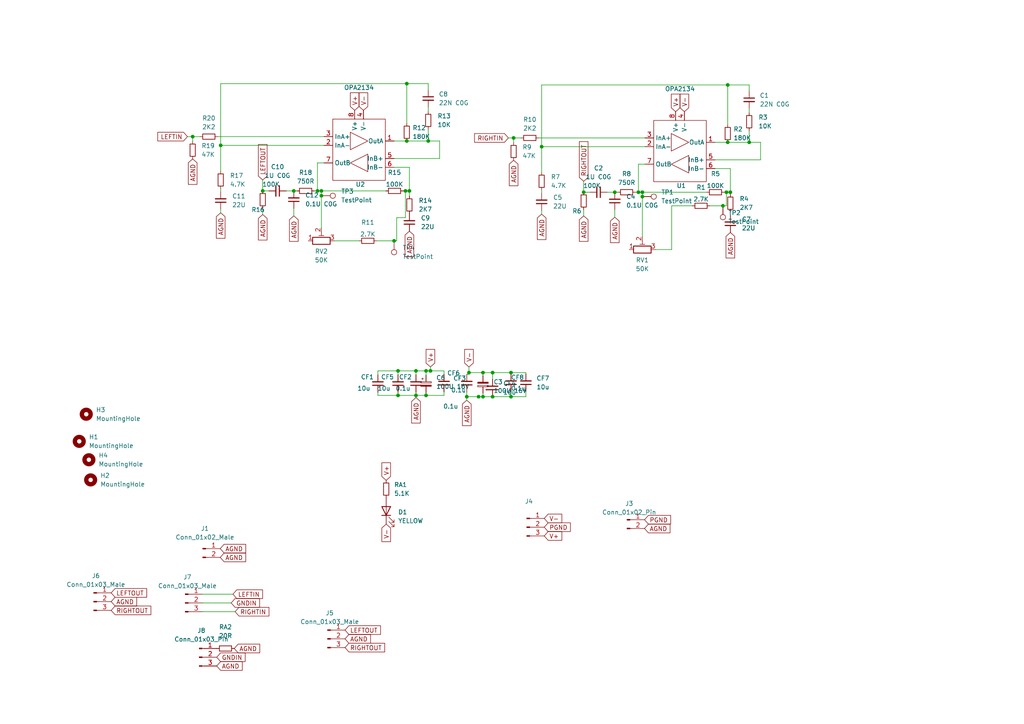
<source format=kicad_sch>
(kicad_sch (version 20230121) (generator eeschema)
  (paper "A4")
  (lib_symbols
    (symbol "Amplifier_Audio:OPA2134"
      (property "Reference" "U" (at 0 -2.54 0))
      (property "Value" "OPA2134" (at 0 0 0))
      (symbol "OPA2134_0_1"
        (rectangle (start -7.62 16.51) (end 7.62 -1.27))
        (polyline (pts (xy -2.54 12.7) (xy -2.54 7.62) (xy 2.54 10.16) (xy -2.54 12.7)))
        (polyline (pts (xy 2.54 6.35) (xy 2.54 1.27) (xy -2.54 3.81) (xy 2.54 6.35)))
      )
      (symbol "OPA2134_1_1"
        (pin output line (at 10.16 10.16 180) (length 2.54) (name "OutA") (number "1"))
        (pin input line (at -10.16 8.89 0) (length 2.54) (name "InA-") (number "2"))
        (pin input line (at -10.16 11.43 0) (length 2.54) (name "InA+") (number "3"))
        (pin input line (at 1.27 19.05 270) (length 2.54) (name "V-") (number "4"))
        (pin input line (at 10.16 5.08 180) (length 2.54) (name "InB+") (number "5"))
        (pin input line (at 10.16 2.54 180) (length 2.54) (name "InB-") (number "6"))
        (pin output line (at -10.16 3.81 0) (length 2.54) (name "OutB") (number "7"))
        (pin input line (at -1.27 19.05 270) (length 2.54) (name "V+") (number "8"))
      )
    )
    (symbol "Connector:Conn_01x02_Male" (pin_names (offset 1.016) hide)
      (property "Reference" "J" (at 0 2.54 0))
      (property "Value" "Conn_01x02_Male" (at 0 -5.08 0))
      (symbol "Conn_01x02_Male_1_1"
        (polyline (pts (xy 1.27 -2.54) (xy 0.8636 -2.54)) (stroke (width 0.1524)))
        (polyline (pts (xy 1.27 0) (xy 0.8636 0)) (stroke (width 0.1524)))
        (rectangle (start 0.8636 -2.413) (end 0 -2.667) (stroke (width 0.1524)) (fill (type outline)))
        (rectangle (start 0.8636 0.127) (end 0 -0.127) (stroke (width 0.1524)) (fill (type outline)))
        (pin passive line (at 5.08 0 180) (length 3.81) (name "Pin_1") (number "1"))
        (pin passive line (at 5.08 -2.54 180) (length 3.81) (name "Pin_2") (number "2"))
      )
    )
    (symbol "Connector:Conn_01x02_Pin" (pin_names (offset 1.016) hide)
      (property "Reference" "J" (at 0 2.54 0))
      (property "Value" "Conn_01x02_Pin" (at 0 -5.08 0))
      (symbol "Conn_01x02_Pin_1_1"
        (polyline (pts (xy 1.27 -2.54) (xy 0.8636 -2.54)) (stroke (width 0.1524)))
        (polyline (pts (xy 1.27 0) (xy 0.8636 0)) (stroke (width 0.1524)))
        (rectangle (start 0.8636 -2.413) (end 0 -2.667) (stroke (width 0.1524)) (fill (type outline)))
        (rectangle (start 0.8636 0.127) (end 0 -0.127) (stroke (width 0.1524)) (fill (type outline)))
        (pin passive line (at 5.08 0 180) (length 3.81) (name "Pin_1") (number "1"))
        (pin passive line (at 5.08 -2.54 180) (length 3.81) (name "Pin_2") (number "2"))
      )
    )
    (symbol "Connector:Conn_01x03_Male" (pin_names (offset 1.016) hide)
      (property "Reference" "J" (at 0 5.08 0))
      (property "Value" "Conn_01x03_Male" (at 0 -5.08 0))
      (symbol "Conn_01x03_Male_1_1"
        (polyline (pts (xy 1.27 -2.54) (xy 0.8636 -2.54)) (stroke (width 0.1524)))
        (polyline (pts (xy 1.27 0) (xy 0.8636 0)) (stroke (width 0.1524)))
        (polyline (pts (xy 1.27 2.54) (xy 0.8636 2.54)) (stroke (width 0.1524)))
        (rectangle (start 0.8636 -2.413) (end 0 -2.667) (stroke (width 0.1524)) (fill (type outline)))
        (rectangle (start 0.8636 0.127) (end 0 -0.127) (stroke (width 0.1524)) (fill (type outline)))
        (rectangle (start 0.8636 2.667) (end 0 2.413) (stroke (width 0.1524)) (fill (type outline)))
        (pin passive line (at 5.08 2.54 180) (length 3.81) (name "Pin_1") (number "1"))
        (pin passive line (at 5.08 0 180) (length 3.81) (name "Pin_2") (number "2"))
        (pin passive line (at 5.08 -2.54 180) (length 3.81) (name "Pin_3") (number "3"))
      )
    )
    (symbol "Connector:Conn_01x03_Pin" (pin_names (offset 1.016) hide)
      (property "Reference" "J" (at 0 5.08 0))
      (property "Value" "Conn_01x03_Pin" (at 0 -5.08 0))
      (symbol "Conn_01x03_Pin_1_1"
        (polyline (pts (xy 1.27 -2.54) (xy 0.8636 -2.54)) (stroke (width 0.1524)))
        (polyline (pts (xy 1.27 0) (xy 0.8636 0)) (stroke (width 0.1524)))
        (polyline (pts (xy 1.27 2.54) (xy 0.8636 2.54)) (stroke (width 0.1524)))
        (rectangle (start 0.8636 -2.413) (end 0 -2.667) (stroke (width 0.1524)) (fill (type outline)))
        (rectangle (start 0.8636 0.127) (end 0 -0.127) (stroke (width 0.1524)) (fill (type outline)))
        (rectangle (start 0.8636 2.667) (end 0 2.413) (stroke (width 0.1524)) (fill (type outline)))
        (pin passive line (at 5.08 2.54 180) (length 3.81) (name "Pin_1") (number "1"))
        (pin passive line (at 5.08 0 180) (length 3.81) (name "Pin_2") (number "2"))
        (pin passive line (at 5.08 -2.54 180) (length 3.81) (name "Pin_3") (number "3"))
      )
    )
    (symbol "Connector:TestPoint" (pin_numbers hide) (pin_names (offset 0.762) hide)
      (property "Reference" "TP" (at 0 6.858 0))
      (property "Value" "TestPoint" (at 0 5.08 0))
      (symbol "TestPoint_0_1"
        (circle (center 0 3.302) (radius 0.762))
      )
      (symbol "TestPoint_1_1"
        (pin passive line (at 0 0 90) (length 2.54) (name "1") (number "1"))
      )
    )
    (symbol "Device:C_Polarized_Small" (pin_numbers hide) (pin_names (offset 0.254) hide)
      (property "Reference" "C" (at 0.254 1.778 0))
      (property "Value" "C_Polarized_Small" (at 0.254 -2.032 0))
      (symbol "C_Polarized_Small_0_1"
        (rectangle (start -1.524 -0.3048) (end 1.524 -0.6858) (fill (type outline)))
        (rectangle (start -1.524 0.6858) (end 1.524 0.3048))
        (polyline (pts (xy -1.27 1.524) (xy -0.762 1.524)))
        (polyline (pts (xy -1.016 1.27) (xy -1.016 1.778)))
      )
      (symbol "C_Polarized_Small_1_1"
        (pin passive line (at 0 2.54 270) (length 1.8542) (name "~") (number "1"))
        (pin passive line (at 0 -2.54 90) (length 1.8542) (name "~") (number "2"))
      )
    )
    (symbol "Device:C_Small" (pin_numbers hide) (pin_names (offset 0.254) hide)
      (property "Reference" "C" (at 0.254 1.778 0))
      (property "Value" "C_Small" (at 0.254 -2.032 0))
      (symbol "C_Small_0_1"
        (polyline (pts (xy -1.524 -0.508) (xy 1.524 -0.508)) (stroke (width 0.3302)))
        (polyline (pts (xy -1.524 0.508) (xy 1.524 0.508)) (stroke (width 0.3048)))
      )
      (symbol "C_Small_1_1"
        (pin passive line (at 0 2.54 270) (length 2.032) (name "~") (number "1"))
        (pin passive line (at 0 -2.54 90) (length 2.032) (name "~") (number "2"))
      )
    )
    (symbol "Device:LED" (pin_numbers hide) (pin_names (offset 1.016) hide)
      (property "Reference" "D" (at 0 2.54 0))
      (property "Value" "LED" (at 0 -2.54 0))
      (symbol "LED_0_1"
        (polyline (pts (xy -1.27 -1.27) (xy -1.27 1.27)) (stroke (width 0.254)))
        (polyline (pts (xy -1.27 0) (xy 1.27 0)))
        (polyline (pts (xy 1.27 -1.27) (xy 1.27 1.27) (xy -1.27 0) (xy 1.27 -1.27)) (stroke (width 0.254)))
        (polyline (pts (xy -3.048 -0.762) (xy -4.572 -2.286) (xy -3.81 -2.286) (xy -4.572 -2.286) (xy -4.572 -1.524)))
        (polyline (pts (xy -1.778 -0.762) (xy -3.302 -2.286) (xy -2.54 -2.286) (xy -3.302 -2.286) (xy -3.302 -1.524)))
      )
      (symbol "LED_1_1"
        (pin passive line (at -3.81 0 0) (length 2.54) (name "K") (number "1"))
        (pin passive line (at 3.81 0 180) (length 2.54) (name "A") (number "2"))
      )
    )
    (symbol "Device:R_Potentiometer_Trim" (pin_names (offset 1.016) hide)
      (property "Reference" "RV" (at -4.445 0 90))
      (property "Value" "R_Potentiometer_Trim" (at -2.54 0 90))
      (symbol "R_Potentiometer_Trim_0_1"
        (polyline (pts (xy 1.524 0.762) (xy 1.524 -0.762)))
        (polyline (pts (xy 2.54 0) (xy 1.524 0)))
        (rectangle (start 1.016 2.54) (end -1.016 -2.54) (stroke (width 0.254)))
      )
      (symbol "R_Potentiometer_Trim_1_1"
        (pin passive line (at 0 3.81 270) (length 1.27) (name "1") (number "1"))
        (pin passive line (at 3.81 0 180) (length 1.27) (name "2") (number "2"))
        (pin passive line (at 0 -3.81 90) (length 1.27) (name "3") (number "3"))
      )
    )
    (symbol "Device:R_Small" (pin_numbers hide) (pin_names (offset 0.254) hide)
      (property "Reference" "R" (at 0.762 0.508 0))
      (property "Value" "R_Small" (at 0.762 -1.016 0))
      (symbol "R_Small_0_1"
        (rectangle (start -0.762 1.778) (end 0.762 -1.778) (stroke (width 0.2032)))
      )
      (symbol "R_Small_1_1"
        (pin passive line (at 0 2.54 270) (length 0.762) (name "~") (number "1"))
        (pin passive line (at 0 -2.54 90) (length 0.762) (name "~") (number "2"))
      )
    )
    (symbol "Mechanical:MountingHole" (pin_names (offset 1.016))
      (property "Reference" "H" (at 0 5.08 0))
      (property "Value" "MountingHole" (at 0 3.175 0))
      (symbol "MountingHole_0_1"
        (circle (center 0 0) (radius 1.27) (stroke (width 1.27)))
      )
    )
  )
  (junction (at 92.075 55.372))
  (junction (at 178.308 55.753))
  (junction (at 117.602 55.372))
  (junction (at 186.309 57.023))
  (junction (at 115.443 107.569))
  (junction (at 185.166 55.753))
  (junction (at 211.074 24.638))
  (junction (at 123.571 114.681))
  (junction (at 123.571 107.569))
  (junction (at 148.209 108.077))
  (junction (at 157.099 42.545))
  (junction (at 124.206 40.894))
  (junction (at 142.875 115.062))
  (junction (at 118.745 55.372))
  (junction (at 93.218 55.372))
  (junction (at 186.309 55.753))
  (junction (at 210.693 55.753))
  (junction (at 211.074 41.275))
  (junction (at 135.382 115.062))
  (junction (at 136.017 108.077))
  (junction (at 64.008 42.164))
  (junction (at 117.983 24.257))
  (junction (at 76.2 55.372))
  (junction (at 209.677 59.69))
  (junction (at 140.081 115.062))
  (junction (at 211.836 55.753))
  (junction (at 93.218 56.769))
  (junction (at 124.841 107.569))
  (junction (at 120.65 107.569))
  (junction (at 55.88 39.624))
  (junction (at 148.971 40.005))
  (junction (at 115.443 114.681))
  (junction (at 117.983 40.894))
  (junction (at 114.3 69.85))
  (junction (at 142.875 108.077))
  (junction (at 120.65 114.681))
  (junction (at 169.291 55.753))
  (junction (at 85.217 55.372))
  (junction (at 140.081 108.077))
  (junction (at 217.297 41.275))
  (junction (at 138.811 115.062))
  (junction (at 148.209 115.062))
  (wire (pts (xy 124.206 32.385) (xy 124.206 31.115)))
  (wire (pts (xy 67.056 174.879) (xy 58.801 174.879)))
  (wire (pts (xy 117.602 55.372) (xy 118.745 55.372)))
  (wire (pts (xy 118.745 48.514) (xy 118.745 55.372)))
  (wire (pts (xy 92.075 47.244) (xy 93.98 47.244)))
  (wire (pts (xy 157.099 56.007) (xy 157.099 55.118)))
  (wire (pts (xy 178.308 62.992) (xy 178.308 60.833)))
  (wire (pts (xy 117.983 24.257) (xy 117.983 35.814)))
  (wire (pts (xy 118.745 55.372) (xy 118.745 56.896)))
  (wire (pts (xy 152.527 108.077) (xy 148.209 108.077)))
  (wire (pts (xy 185.166 55.753) (xy 185.166 47.625)))
  (wire (pts (xy 186.309 55.753) (xy 185.166 55.753)))
  (wire (pts (xy 115.062 69.85) (xy 114.3 69.85)))
  (wire (pts (xy 115.443 114.681) (xy 120.65 114.681)))
  (wire (pts (xy 136.017 108.077) (xy 140.081 108.077)))
  (wire (pts (xy 76.2 62.23) (xy 76.2 60.452)))
  (wire (pts (xy 93.218 55.372) (xy 111.887 55.372)))
  (wire (pts (xy 211.074 24.638) (xy 211.074 36.195)))
  (wire (pts (xy 114.3 45.974) (xy 127.508 45.974)))
  (wire (pts (xy 123.571 108.839) (xy 123.571 107.569)))
  (wire (pts (xy 123.571 113.919) (xy 123.571 114.681)))
  (wire (pts (xy 115.443 108.712) (xy 115.443 107.569)))
  (wire (pts (xy 185.166 47.625) (xy 187.071 47.625)))
  (wire (pts (xy 184.277 55.753) (xy 185.166 55.753)))
  (wire (pts (xy 123.571 114.681) (xy 128.778 114.681)))
  (wire (pts (xy 128.778 108.585) (xy 128.778 107.569)))
  (wire (pts (xy 140.081 114.046) (xy 140.081 115.062)))
  (wire (pts (xy 58.801 172.339) (xy 67.564 172.339)))
  (wire (pts (xy 148.971 41.402) (xy 148.971 40.005)))
  (wire (pts (xy 186.309 57.023) (xy 186.309 55.753)))
  (wire (pts (xy 217.297 24.638) (xy 211.074 24.638)))
  (wire (pts (xy 169.291 62.611) (xy 169.291 60.833)))
  (wire (pts (xy 93.218 55.372) (xy 92.075 55.372)))
  (wire (pts (xy 114.3 48.514) (xy 118.745 48.514)))
  (wire (pts (xy 148.971 40.005) (xy 151.13 40.005)))
  (wire (pts (xy 127.508 40.894) (xy 127.508 45.974)))
  (wire (pts (xy 211.836 62.357) (xy 211.836 61.468)))
  (wire (pts (xy 152.527 115.062) (xy 148.209 115.062)))
  (wire (pts (xy 157.099 24.638) (xy 211.074 24.638)))
  (wire (pts (xy 117.602 55.372) (xy 117.602 63.119)))
  (wire (pts (xy 148.209 108.077) (xy 142.875 108.077)))
  (wire (pts (xy 109.601 107.569) (xy 115.443 107.569)))
  (wire (pts (xy 140.081 115.062) (xy 142.875 115.062)))
  (wire (pts (xy 83.058 55.372) (xy 85.217 55.372)))
  (wire (pts (xy 64.008 61.722) (xy 64.008 60.706)))
  (wire (pts (xy 124.841 107.569) (xy 123.571 107.569)))
  (wire (pts (xy 120.65 107.569) (xy 120.65 108.712)))
  (wire (pts (xy 109.601 114.681) (xy 115.443 114.681)))
  (wire (pts (xy 64.008 24.257) (xy 117.983 24.257)))
  (wire (pts (xy 207.391 46.355) (xy 220.599 46.355)))
  (wire (pts (xy 217.297 41.275) (xy 220.599 41.275)))
  (wire (pts (xy 63.119 39.624) (xy 93.98 39.624)))
  (wire (pts (xy 64.008 42.164) (xy 93.98 42.164)))
  (wire (pts (xy 157.099 42.545) (xy 187.071 42.545)))
  (wire (pts (xy 136.017 106.426) (xy 136.017 108.077)))
  (wire (pts (xy 138.684 114.935) (xy 138.811 115.062)))
  (wire (pts (xy 76.2 52.197) (xy 76.2 55.372)))
  (wire (pts (xy 91.186 55.372) (xy 92.075 55.372)))
  (wire (pts (xy 124.206 24.257) (xy 117.983 24.257)))
  (wire (pts (xy 124.206 37.465) (xy 124.206 40.894)))
  (wire (pts (xy 211.836 55.753) (xy 211.836 56.388)))
  (wire (pts (xy 178.308 55.753) (xy 179.197 55.753)))
  (wire (pts (xy 109.601 113.792) (xy 109.601 114.681)))
  (wire (pts (xy 109.601 108.712) (xy 109.601 107.569)))
  (wire (pts (xy 157.099 42.545) (xy 157.099 50.038)))
  (wire (pts (xy 117.983 40.894) (xy 124.206 40.894)))
  (wire (pts (xy 211.074 41.275) (xy 217.297 41.275)))
  (wire (pts (xy 136.017 108.585) (xy 135.382 108.585)))
  (wire (pts (xy 128.778 107.569) (xy 124.841 107.569)))
  (wire (pts (xy 85.217 62.611) (xy 85.217 60.452)))
  (wire (pts (xy 124.206 26.035) (xy 124.206 24.257)))
  (wire (pts (xy 156.21 40.005) (xy 187.071 40.005)))
  (wire (pts (xy 140.081 108.966) (xy 140.081 108.077)))
  (wire (pts (xy 115.062 63.119) (xy 115.062 69.85)))
  (wire (pts (xy 194.818 59.69) (xy 194.818 72.39)))
  (wire (pts (xy 93.218 56.769) (xy 93.218 66.04)))
  (wire (pts (xy 186.309 57.023) (xy 186.309 68.58)))
  (wire (pts (xy 124.206 40.894) (xy 127.508 40.894)))
  (wire (pts (xy 92.075 55.372) (xy 92.075 47.244)))
  (wire (pts (xy 157.099 62.103) (xy 157.099 61.087)))
  (wire (pts (xy 114.3 69.85) (xy 109.22 69.85)))
  (wire (pts (xy 135.382 113.665) (xy 135.382 115.062)))
  (wire (pts (xy 140.081 108.077) (xy 142.875 108.077)))
  (wire (pts (xy 148.209 108.458) (xy 148.209 108.077)))
  (wire (pts (xy 186.309 55.753) (xy 204.978 55.753)))
  (wire (pts (xy 104.14 69.85) (xy 97.028 69.85)))
  (wire (pts (xy 210.693 55.753) (xy 211.836 55.753)))
  (wire (pts (xy 64.008 42.164) (xy 64.008 49.657)))
  (wire (pts (xy 120.65 114.681) (xy 123.571 114.681)))
  (wire (pts (xy 194.818 72.39) (xy 190.119 72.39)))
  (wire (pts (xy 147.447 40.005) (xy 148.971 40.005)))
  (wire (pts (xy 220.599 41.275) (xy 220.599 46.355)))
  (wire (pts (xy 55.88 41.021) (xy 55.88 39.624)))
  (wire (pts (xy 210.693 55.753) (xy 210.693 59.69)))
  (wire (pts (xy 169.291 55.753) (xy 171.069 55.753)))
  (wire (pts (xy 217.297 26.416) (xy 217.297 24.638)))
  (wire (pts (xy 55.88 39.624) (xy 58.039 39.624)))
  (wire (pts (xy 117.602 63.119) (xy 115.062 63.119)))
  (wire (pts (xy 115.443 113.792) (xy 115.443 114.681)))
  (wire (pts (xy 114.3 40.894) (xy 117.983 40.894)))
  (wire (pts (xy 124.841 106.426) (xy 124.841 107.569)))
  (wire (pts (xy 217.297 37.846) (xy 217.297 41.275)))
  (wire (pts (xy 54.356 39.624) (xy 55.88 39.624)))
  (wire (pts (xy 152.527 108.458) (xy 152.527 108.077)))
  (wire (pts (xy 205.867 59.69) (xy 209.677 59.69)))
  (wire (pts (xy 116.967 55.372) (xy 117.602 55.372)))
  (wire (pts (xy 120.65 114.681) (xy 120.65 115.316)))
  (wire (pts (xy 64.008 42.164) (xy 64.008 24.257)))
  (wire (pts (xy 148.209 113.538) (xy 148.209 115.062)))
  (wire (pts (xy 169.291 52.578) (xy 169.291 55.753)))
  (wire (pts (xy 93.218 56.769) (xy 93.218 55.372)))
  (wire (pts (xy 58.801 177.419) (xy 68.199 177.419)))
  (wire (pts (xy 152.527 113.538) (xy 152.527 115.062)))
  (wire (pts (xy 64.008 55.626) (xy 64.008 54.737)))
  (wire (pts (xy 210.693 59.69) (xy 209.677 59.69)))
  (wire (pts (xy 136.017 108.077) (xy 136.017 108.585)))
  (wire (pts (xy 210.058 55.753) (xy 210.693 55.753)))
  (wire (pts (xy 157.099 42.545) (xy 157.099 24.638)))
  (wire (pts (xy 128.778 113.665) (xy 128.778 114.681)))
  (wire (pts (xy 207.391 48.895) (xy 211.836 48.895)))
  (wire (pts (xy 142.875 109.982) (xy 142.875 108.077)))
  (wire (pts (xy 138.811 115.062) (xy 140.081 115.062)))
  (wire (pts (xy 148.209 115.062) (xy 142.875 115.062)))
  (wire (pts (xy 123.571 107.569) (xy 120.65 107.569)))
  (wire (pts (xy 217.297 32.766) (xy 217.297 31.496)))
  (wire (pts (xy 194.818 59.69) (xy 200.787 59.69)))
  (wire (pts (xy 176.149 55.753) (xy 178.308 55.753)))
  (wire (pts (xy 120.65 113.792) (xy 120.65 114.681)))
  (wire (pts (xy 135.382 115.062) (xy 138.811 115.062)))
  (wire (pts (xy 211.836 48.895) (xy 211.836 55.753)))
  (wire (pts (xy 76.2 55.372) (xy 77.978 55.372)))
  (wire (pts (xy 115.443 107.569) (xy 120.65 107.569)))
  (wire (pts (xy 135.382 115.062) (xy 135.382 116.078)))
  (wire (pts (xy 85.217 55.372) (xy 86.106 55.372)))
  (wire (pts (xy 207.391 41.275) (xy 211.074 41.275)))
  (global_label "AGND" (shape input) (at 118.745 67.056 270) (property "Intersheetrefs" "${INTERSHEET_REFS}" (effects hide)))
  (global_label "AGND" (shape input) (at 63.881 159.131 0) (property "Intersheetrefs" "${INTERSHEET_REFS}" (effects hide)))
  (global_label "AGND" (shape input) (at 63.881 161.671 0) (property "Intersheetrefs" "${INTERSHEET_REFS}" (effects hide)))
  (global_label "LEFTIN" (shape input) (at 54.356 39.624 180) (property "Intersheetrefs" "${INTERSHEET_REFS}" (effects hide)))
  (global_label "AGND" (shape input) (at 55.88 46.101 270) (property "Intersheetrefs" "${INTERSHEET_REFS}" (effects hide)))
  (global_label "PGND" (shape input) (at 157.861 152.908 0) (property "Intersheetrefs" "${INTERSHEET_REFS}" (effects hide)))
  (global_label "AGND" (shape input) (at 67.945 188.087 0) (property "Intersheetrefs" "${INTERSHEET_REFS}" (effects hide)))
  (global_label "V-" (shape input) (at 105.41 32.004 90) (property "Intersheetrefs" "${INTERSHEET_REFS}" (effects hide)))
  (global_label "AGND" (shape input) (at 169.291 62.611 270) (property "Intersheetrefs" "${INTERSHEET_REFS}" (effects hide)))
  (global_label "AGND" (shape input) (at 178.308 62.992 270) (property "Intersheetrefs" "${INTERSHEET_REFS}" (effects hide)))
  (global_label "AGND" (shape input) (at 76.2 62.23 270) (property "Intersheetrefs" "${INTERSHEET_REFS}" (effects hide)))
  (global_label "AGND" (shape input) (at 85.217 62.611 270) (property "Intersheetrefs" "${INTERSHEET_REFS}" (effects hide)))
  (global_label "AGND" (shape input) (at 120.65 115.316 270) (property "Intersheetrefs" "${INTERSHEET_REFS}" (effects hide)))
  (global_label "LEFTOUT" (shape input) (at 76.2 52.197 90) (property "Intersheetrefs" "${INTERSHEET_REFS}" (effects hide)))
  (global_label "V-" (shape input) (at 112.014 152.019 270) (property "Intersheetrefs" "${INTERSHEET_REFS}" (effects hide)))
  (global_label "V-" (shape input) (at 157.861 150.368 0) (property "Intersheetrefs" "${INTERSHEET_REFS}" (effects hide)))
  (global_label "GNDIN" (shape input) (at 67.056 174.879 0) (property "Intersheetrefs" "${INTERSHEET_REFS}" (effects hide)))
  (global_label "AGND" (shape input) (at 64.008 61.722 270) (property "Intersheetrefs" "${INTERSHEET_REFS}" (effects hide)))
  (global_label "V-" (shape input) (at 136.017 106.426 90) (property "Intersheetrefs" "${INTERSHEET_REFS}" (effects hide)))
  (global_label "AGND" (shape input) (at 186.944 153.289 0) (property "Intersheetrefs" "${INTERSHEET_REFS}" (effects hide)))
  (global_label "AGND" (shape input) (at 157.099 62.103 270) (property "Intersheetrefs" "${INTERSHEET_REFS}" (effects hide)))
  (global_label "RIGHTOUT" (shape input) (at 100.076 187.833 0) (property "Intersheetrefs" "${INTERSHEET_REFS}" (effects hide)))
  (global_label "V+" (shape input) (at 157.861 155.448 0) (property "Intersheetrefs" "${INTERSHEET_REFS}" (effects hide)))
  (global_label "RIGHTIN" (shape input) (at 147.447 40.005 180) (property "Intersheetrefs" "${INTERSHEET_REFS}" (effects hide)))
  (global_label "PGND" (shape input) (at 186.944 150.749 0) (property "Intersheetrefs" "${INTERSHEET_REFS}" (effects hide)))
  (global_label "RIGHTIN" (shape input) (at 68.199 177.419 0) (property "Intersheetrefs" "${INTERSHEET_REFS}" (effects hide)))
  (global_label "V-" (shape input) (at 198.501 32.385 90) (property "Intersheetrefs" "${INTERSHEET_REFS}" (effects hide)))
  (global_label "V+" (shape input) (at 195.961 32.385 90) (property "Intersheetrefs" "${INTERSHEET_REFS}" (effects hide)))
  (global_label "V+" (shape input) (at 112.014 139.319 90) (property "Intersheetrefs" "${INTERSHEET_REFS}" (effects hide)))
  (global_label "AGND" (shape input) (at 32.258 174.498 0) (property "Intersheetrefs" "${INTERSHEET_REFS}" (effects hide)))
  (global_label "AGND" (shape input) (at 62.865 193.167 0) (property "Intersheetrefs" "${INTERSHEET_REFS}" (effects hide)))
  (global_label "AGND" (shape input) (at 135.382 116.078 270) (property "Intersheetrefs" "${INTERSHEET_REFS}" (effects hide)))
  (global_label "AGND" (shape input) (at 100.076 185.293 0) (property "Intersheetrefs" "${INTERSHEET_REFS}" (effects hide)))
  (global_label "GNDIN" (shape input) (at 62.865 190.627 0) (property "Intersheetrefs" "${INTERSHEET_REFS}" (effects hide)))
  (global_label "LEFTOUT" (shape input) (at 32.258 171.958 0) (property "Intersheetrefs" "${INTERSHEET_REFS}" (effects hide)))
  (global_label "RIGHTOUT" (shape input) (at 32.258 177.038 0) (property "Intersheetrefs" "${INTERSHEET_REFS}" (effects hide)))
  (global_label "LEFTOUT" (shape input) (at 100.076 182.753 0) (property "Intersheetrefs" "${INTERSHEET_REFS}" (effects hide)))
  (global_label "LEFTIN" (shape input) (at 67.564 172.339 0) (property "Intersheetrefs" "${INTERSHEET_REFS}" (effects hide)))
  (global_label "V+" (shape input) (at 124.841 106.426 90) (property "Intersheetrefs" "${INTERSHEET_REFS}" (effects hide)))
  (global_label "AGND" (shape input) (at 148.971 46.482 270) (property "Intersheetrefs" "${INTERSHEET_REFS}" (effects hide)))
  (global_label "V+" (shape input) (at 102.87 32.004 90) (property "Intersheetrefs" "${INTERSHEET_REFS}" (effects hide)))
  (global_label "RIGHTOUT" (shape input) (at 169.291 52.578 90) (property "Intersheetrefs" "${INTERSHEET_REFS}" (effects hide)))
  (global_label "AGND" (shape input) (at 211.836 67.437 270) (property "Intersheetrefs" "${INTERSHEET_REFS}" (effects hide)))
  (symbol (lib_id "Device:R_Small") (at 203.327 59.69 90) (unit 1)
    (property "Reference" "R1" (at 203.327 54.356 90))
    (property "Value" "2.7K" (at 203.327 57.785 90))
    (property "Footprint" "Resistor_SMD:R_0805_2012Metric_Pad1.20x1.40mm_HandSolder" (effects hide))
  )
  (symbol (lib_id "Device:R_Small") (at 211.836 58.928 180) (unit 1)
    (property "Reference" "R4" (at 214.503 57.6579 0) (effects (justify right)))
    (property "Value" "2K7" (at 214.503 60.1979 0) (effects (justify right)))
    (property "Footprint" "Resistor_SMD:R_0805_2012Metric_Pad1.20x1.40mm_HandSolder" (effects hide))
  )
  (symbol (lib_id "Device:C_Polarized_Small") (at 123.571 111.379 0) (unit 1)
    (property "Reference" "C6" (at 126.492 109.5628 0) (effects (justify left)))
    (property "Value" "100U 16V" (at 126.492 112.1028 0) (effects (justify left)))
    (property "Footprint" "Capacitor_THT:CP_Radial_D6.3mm_P2.50mm" (effects hide))
  )
  (symbol (lib_id "Device:R_Small") (at 148.971 43.942 180) (unit 1)
    (property "Reference" "R9" (at 151.511 42.6719 0) (effects (justify right)))
    (property "Value" "47K" (at 151.511 45.2119 0) (effects (justify right)))
    (property "Footprint" "Resistor_SMD:R_0805_2012Metric_Pad1.20x1.40mm_HandSolder" (effects hide))
  )
  (symbol (lib_id "Connector:Conn_01x03_Male") (at 53.721 174.879 0) (unit 1)
    (property "Reference" "J7" (at 54.356 167.386 0))
    (property "Value" "Conn_01x03_Male" (at 54.356 169.926 0))
    (property "Footprint" "Connector_JST:JST_PH_B3B-PH-K_1x03_P2.00mm_Vertical" (effects hide))
  )
  (symbol (lib_id "Mechanical:MountingHole") (at 22.987 128.016 0) (unit 1)
    (property "Reference" "H1" (at 25.781 126.7459 0) (effects (justify left)))
    (property "Value" "MountingHole" (at 25.781 129.2859 0) (effects (justify left)))
    (property "Footprint" "MountingHole:MountingHole_3.2mm_M3" (effects hide))
  )
  (symbol (lib_id "Device:R_Small") (at 60.579 39.624 90) (unit 1)
    (property "Reference" "R20" (at 60.579 34.29 90))
    (property "Value" "2K2" (at 60.579 36.83 90))
    (property "Footprint" "Resistor_SMD:R_0805_2012Metric_Pad1.20x1.40mm_HandSolder" (effects hide))
  )
  (symbol (lib_id "Device:C_Polarized_Small") (at 140.081 111.506 180) (unit 1)
    (property "Reference" "C3" (at 143.129 110.782 0) (effects (justify right)))
    (property "Value" "100U 16V" (at 143.129 113.322 0) (effects (justify right)))
    (property "Footprint" "Capacitor_THT:CP_Radial_D6.3mm_P2.50mm" (effects hide))
  )
  (symbol (lib_id "Connector:TestPoint") (at 93.218 56.769 270) (unit 1)
    (property "Reference" "TP3" (at 98.933 55.4989 90) (effects (justify left)))
    (property "Value" "TestPoint" (at 98.933 58.0389 90) (effects (justify left)))
    (property "Footprint" "TestPoint:TestPoint_THTPad_1.5x1.5mm_Drill0.7mm" (effects hide))
  )
  (symbol (lib_id "Device:R_Small") (at 55.88 43.561 180) (unit 1)
    (property "Reference" "R19" (at 58.42 42.2909 0) (effects (justify right)))
    (property "Value" "47K" (at 58.42 44.8309 0) (effects (justify right)))
    (property "Footprint" "Resistor_SMD:R_0805_2012Metric_Pad1.20x1.40mm_HandSolder" (effects hide))
  )
  (symbol (lib_id "Device:C_Small") (at 217.297 28.956 0) (unit 1)
    (property "Reference" "C1" (at 220.345 27.6922 0) (effects (justify left)))
    (property "Value" "22N C0G" (at 220.345 30.2322 0) (effects (justify left)))
    (property "Footprint" "Capacitor_SMD:C_0805_2012Metric_Pad1.18x1.45mm_HandSolder" (effects hide))
  )
  (symbol (lib_id "Device:R_Small") (at 64.008 52.197 180) (unit 1)
    (property "Reference" "R17" (at 66.675 50.9269 0) (effects (justify right)))
    (property "Value" "4.7K" (at 66.675 53.4669 0) (effects (justify right)))
    (property "Footprint" "Resistor_SMD:R_0805_2012Metric_Pad1.20x1.40mm_HandSolder" (effects hide))
  )
  (symbol (lib_id "Device:R_Small") (at 124.206 34.925 180) (unit 1)
    (property "Reference" "R13" (at 126.873 33.6549 0) (effects (justify right)))
    (property "Value" "10K" (at 126.873 36.1949 0) (effects (justify right)))
    (property "Footprint" "Resistor_SMD:R_0805_2012Metric_Pad1.20x1.40mm_HandSolder" (effects hide))
  )
  (symbol (lib_id "Device:R_Small") (at 211.074 38.735 0) (unit 1)
    (property "Reference" "R2" (at 212.725 37.4649 0) (effects (justify left)))
    (property "Value" "180K" (at 212.725 40.0049 0) (effects (justify left)))
    (property "Footprint" "Resistor_SMD:R_0805_2012Metric_Pad1.20x1.40mm_HandSolder" (effects hide))
  )
  (symbol (lib_id "Device:R_Small") (at 114.427 55.372 90) (unit 1)
    (property "Reference" "R15" (at 114.427 50.038 90))
    (property "Value" "100K" (at 114.427 53.467 90))
    (property "Footprint" "Resistor_SMD:R_0805_2012Metric_Pad1.20x1.40mm_HandSolder" (effects hide))
  )
  (symbol (lib_id "Device:C_Small") (at 80.518 55.372 270) (unit 1)
    (property "Reference" "C10" (at 80.5116 48.387 90))
    (property "Value" "1U C0G" (at 80.5116 50.927 90))
    (property "Footprint" "Capacitor_THT:CP_Radial_D5.0mm_P2.00mm" (effects hide))
  )
  (symbol (lib_id "Device:R_Small") (at 106.68 69.85 90) (unit 1)
    (property "Reference" "R11" (at 106.68 64.516 90))
    (property "Value" "2.7K" (at 106.68 67.945 90))
    (property "Footprint" "Resistor_SMD:R_0805_2012Metric_Pad1.20x1.40mm_HandSolder" (effects hide))
  )
  (symbol (lib_id "Mechanical:MountingHole") (at 26.289 139.192 0) (unit 1)
    (property "Reference" "H2" (at 29.083 137.9219 0) (effects (justify left)))
    (property "Value" "MountingHole" (at 29.083 140.4619 0) (effects (justify left)))
    (property "Footprint" "MountingHole:MountingHole_3.2mm_M3" (effects hide))
  )
  (symbol (lib_id "Device:R_Small") (at 112.014 141.859 180) (unit 1)
    (property "Reference" "RA1" (at 114.3 140.5889 0) (effects (justify right)))
    (property "Value" "5.1K" (at 114.3 143.1289 0) (effects (justify right)))
    (property "Footprint" "Resistor_SMD:R_0603_1608Metric" (effects hide))
  )
  (symbol (lib_id "Device:C_Small") (at 178.308 58.293 180) (unit 1)
    (property "Reference" "C4" (at 181.61 57.0165 0) (effects (justify right)))
    (property "Value" "0.1U C0G" (at 181.61 59.5565 0) (effects (justify right)))
    (property "Footprint" "Capacitor_SMD:C_1206_3216Metric_Pad1.33x1.80mm_HandSolder" (effects hide))
  )
  (symbol (lib_id "Device:R_Small") (at 153.67 40.005 90) (unit 1)
    (property "Reference" "R10" (at 153.67 34.671 90))
    (property "Value" "2K2" (at 153.67 37.211 90))
    (property "Footprint" "Resistor_SMD:R_0805_2012Metric_Pad1.20x1.40mm_HandSolder" (effects hide))
  )
  (symbol (lib_id "Device:LED") (at 112.014 148.209 90) (unit 1)
    (property "Reference" "D1" (at 115.443 148.5264 90) (effects (justify right)))
    (property "Value" "YELLOW" (at 115.443 151.0664 90) (effects (justify right)))
    (property "Footprint" "LED_SMD:LED_0805_2012Metric_Pad1.15x1.40mm_HandSolder" (effects hide))
  )
  (symbol (lib_id "Device:C_Small") (at 173.609 55.753 270) (unit 1)
    (property "Reference" "C2" (at 173.6026 48.768 90))
    (property "Value" "1U C0G" (at 173.6026 51.308 90))
    (property "Footprint" "Capacitor_THT:CP_Radial_D5.0mm_P2.00mm" (effects hide))
  )
  (symbol (lib_id "Device:R_Potentiometer_Trim") (at 93.218 69.85 90) (unit 1)
    (property "Reference" "RV2" (at 93.218 72.898 90))
    (property "Value" "50K" (at 93.218 75.438 90))
    (property "Footprint" "Potentiometer_THT:Potentiometer_Bourns_3296W_Vertical" (effects hide))
  )
  (symbol (lib_id "Device:R_Potentiometer_Trim") (at 186.309 72.39 90) (unit 1)
    (property "Reference" "RV1" (at 186.309 75.438 90))
    (property "Value" "50K" (at 186.309 77.978 90))
    (property "Footprint" "Potentiometer_THT:Potentiometer_Bourns_3296W_Vertical" (effects hide))
  )
  (symbol (lib_id "Device:C_Small") (at 109.601 111.252 180) (unit 1)
    (property "Reference" "CF1" (at 104.648 109.347 0) (effects (justify right)))
    (property "Value" "10u" (at 103.632 112.649 0) (effects (justify right)))
    (property "Footprint" "Capacitor_SMD:C_1206_3216Metric_Pad1.33x1.80mm_HandSolder" (effects hide))
  )
  (symbol (lib_id "Connector:Conn_01x02_Pin") (at 181.864 150.749 0) (unit 1)
    (property "Reference" "J3" (at 182.499 146.05 0))
    (property "Value" "Conn_01x02_Pin" (at 182.499 148.59 0))
    (property "Footprint" "Connector_PinHeader_2.54mm:PinHeader_1x02_P2.54mm_Vertical" (effects hide))
  )
  (symbol (lib_id "Device:R_Small") (at 118.745 59.436 180) (unit 1)
    (property "Reference" "R14" (at 121.412 58.1659 0) (effects (justify right)))
    (property "Value" "2K7" (at 121.412 60.7059 0) (effects (justify right)))
    (property "Footprint" "Resistor_SMD:R_0805_2012Metric_Pad1.20x1.40mm_HandSolder" (effects hide))
  )
  (symbol (lib_id "Mechanical:MountingHole") (at 25.781 133.35 0) (unit 1)
    (property "Reference" "H4" (at 28.575 132.0799 0) (effects (justify left)))
    (property "Value" "MountingHole" (at 28.575 134.6199 0) (effects (justify left)))
    (property "Footprint" "MountingHole:MountingHole_3.2mm_M3" (effects hide))
  )
  (symbol (lib_id "Device:C_Small") (at 211.836 64.897 180) (unit 1)
    (property "Reference" "C7" (at 215.138 63.6205 0) (effects (justify right)))
    (property "Value" "22U" (at 215.138 66.1605 0) (effects (justify right)))
    (property "Footprint" "Capacitor_THT:CP_Radial_D6.3mm_P2.50mm" (effects hide))
  )
  (symbol (lib_id "Mechanical:MountingHole") (at 25.019 120.142 0) (unit 1)
    (property "Reference" "H3" (at 27.813 118.8719 0) (effects (justify left)))
    (property "Value" "MountingHole" (at 27.813 121.4119 0) (effects (justify left)))
    (property "Footprint" "MountingHole:MountingHole_3.2mm_M3" (effects hide))
  )
  (symbol (lib_id "Device:R_Small") (at 169.291 58.293 180) (unit 1)
    (property "Reference" "R6" (at 165.989 61.214 0) (effects (justify right)))
    (property "Value" "100K" (at 169.164 53.848 0) (effects (justify right)))
    (property "Footprint" "Resistor_SMD:R_0805_2012Metric_Pad1.20x1.40mm_HandSolder" (effects hide))
  )
  (symbol (lib_id "Connector:Conn_01x03_Male") (at 27.178 174.498 0) (unit 1)
    (property "Reference" "J6" (at 27.813 167.005 0))
    (property "Value" "Conn_01x03_Male" (at 27.813 169.545 0))
    (property "Footprint" "Connector_JST:JST_PH_B3B-PH-K_1x03_P2.00mm_Vertical" (effects hide))
  )
  (symbol (lib_id "Amplifier_Audio:OPA2134") (at 197.231 51.435 0) (unit 1)
    (property "Reference" "U1" (at 197.612 53.848 0))
    (property "Value" "OPA2134" (at 197.231 25.781 0))
    (property "Footprint" "Package_DIP:DIP-8_W7.62mm_Socket" (effects hide))
  )
  (symbol (lib_id "Device:R_Small") (at 88.646 55.372 90) (unit 1)
    (property "Reference" "R18" (at 88.646 50.038 90))
    (property "Value" "750R" (at 88.646 52.578 90))
    (property "Footprint" "Resistor_SMD:R_0805_2012Metric_Pad1.20x1.40mm_HandSolder" (effects hide))
  )
  (symbol (lib_id "Device:C_Small") (at 152.527 110.998 180) (unit 1)
    (property "Reference" "CF7" (at 155.575 109.7215 0) (effects (justify right)))
    (property "Value" "10u" (at 155.575 112.2615 0) (effects (justify right)))
    (property "Footprint" "Capacitor_SMD:C_1206_3216Metric_Pad1.33x1.80mm_HandSolder" (effects hide))
  )
  (symbol (lib_id "Device:R_Small") (at 157.099 52.578 180) (unit 1)
    (property "Reference" "R7" (at 159.766 51.3079 0) (effects (justify right)))
    (property "Value" "4.7K" (at 159.766 53.8479 0) (effects (justify right)))
    (property "Footprint" "Resistor_SMD:R_0805_2012Metric_Pad1.20x1.40mm_HandSolder" (effects hide))
  )
  (symbol (lib_id "Device:C_Small") (at 120.65 111.252 180) (unit 1)
    (property "Reference" "CF2" (at 115.697 109.347 0) (effects (justify right)))
    (property "Value" "0.1u" (at 114.681 112.649 0) (effects (justify right)))
    (property "Footprint" "Capacitor_SMD:C_0805_2012Metric_Pad1.18x1.45mm_HandSolder" (effects hide))
  )
  (symbol (lib_id "Device:C_Small") (at 148.209 110.998 180) (unit 1)
    (property "Reference" "CF8" (at 148.209 109.474 0) (effects (justify right)))
    (property "Value" "0.1u" (at 148.209 112.649 0) (effects (justify right)))
    (property "Footprint" "Capacitor_SMD:C_0805_2012Metric_Pad1.18x1.45mm_HandSolder" (effects hide))
  )
  (symbol (lib_id "Connector:TestPoint") (at 114.3 69.85 180) (unit 1)
    (property "Reference" "TP4" (at 116.713 71.8819 0) (effects (justify right)))
    (property "Value" "TestPoint" (at 116.713 74.4219 0) (effects (justify right)))
    (property "Footprint" "TestPoint:TestPoint_THTPad_1.5x1.5mm_Drill0.7mm" (effects hide))
  )
  (symbol (lib_id "Device:C_Small") (at 157.099 58.547 180) (unit 1)
    (property "Reference" "C5" (at 160.401 57.2705 0) (effects (justify right)))
    (property "Value" "22U" (at 160.401 59.8105 0) (effects (justify right)))
    (property "Footprint" "Capacitor_THT:CP_Radial_D6.3mm_P2.50mm" (effects hide))
  )
  (symbol (lib_id "Device:C_Small") (at 118.745 64.516 180) (unit 1)
    (property "Reference" "C9" (at 122.047 63.2395 0) (effects (justify right)))
    (property "Value" "22U" (at 122.047 65.7795 0) (effects (justify right)))
    (property "Footprint" "Capacitor_THT:CP_Radial_D6.3mm_P2.50mm" (effects hide))
  )
  (symbol (lib_id "Device:R_Small") (at 117.983 38.354 0) (unit 1)
    (property "Reference" "R12" (at 119.634 37.0839 0) (effects (justify left)))
    (property "Value" "180K" (at 119.634 39.6239 0) (effects (justify left)))
    (property "Footprint" "Resistor_SMD:R_0805_2012Metric_Pad1.20x1.40mm_HandSolder" (effects hide))
  )
  (symbol (lib_id "Device:C_Small") (at 128.778 111.125 180) (unit 1)
    (property "Reference" "CF6" (at 129.667 108.204 0) (effects (justify right)))
    (property "Value" "0.1u" (at 128.524 117.856 0) (effects (justify right)))
    (property "Footprint" "Capacitor_SMD:C_0805_2012Metric_Pad1.18x1.45mm_HandSolder" (effects hide))
  )
  (symbol (lib_id "Device:R_Small") (at 76.2 57.912 180) (unit 1)
    (property "Reference" "R16" (at 72.898 60.833 0) (effects (justify right)))
    (property "Value" "100K" (at 76.073 53.467 0) (effects (justify right)))
    (property "Footprint" "Resistor_SMD:R_0805_2012Metric_Pad1.20x1.40mm_HandSolder" (effects hide))
  )
  (symbol (lib_id "Connector:Conn_01x03_Male") (at 152.781 152.908 0) (unit 1)
    (property "Reference" "J4" (at 153.416 145.415 0))
    (property "Value" "Conn_01x03_Male" (effects hide))
    (property "Footprint" "Connector_JST:JST_PH_B3B-PH-K_1x03_P2.00mm_Vertical" (effects hide))
  )
  (symbol (lib_id "Device:C_Small") (at 115.443 111.252 180) (unit 1)
    (property "Reference" "CF5" (at 110.49 109.347 0) (effects (justify right)))
    (property "Value" "10u" (at 109.474 112.649 0) (effects (justify right)))
    (property "Footprint" "Capacitor_SMD:C_1206_3216Metric_Pad1.33x1.80mm_HandSolder" (effects hide))
  )
  (symbol (lib_id "Connector:Conn_01x03_Male") (at 94.996 185.293 0) (unit 1)
    (property "Reference" "J5" (at 95.631 177.8 0))
    (property "Value" "Conn_01x03_Male" (at 95.631 180.34 0))
    (property "Footprint" "Connector_PinHeader_2.54mm:PinHeader_1x03_P2.54mm_Vertical" (effects hide))
  )
  (symbol (lib_id "Device:R_Small") (at 65.405 188.087 270) (unit 1)
    (property "Reference" "RA2" (at 65.405 181.864 90))
    (property "Value" "20R" (at 65.405 184.404 90))
    (property "Footprint" "Resistor_SMD:R_0603_1608Metric" (effects hide))
  )
  (symbol (lib_id "Device:C_Small") (at 142.875 112.522 180) (unit 1)
    (property "Reference" "CF4" (at 145.923 111.2455 0) (effects (justify right)))
    (property "Value" "10u" (at 145.923 113.7855 0) (effects (justify right)))
    (property "Footprint" "Capacitor_SMD:C_1206_3216Metric_Pad1.33x1.80mm_HandSolder" (effects hide))
  )
  (symbol (lib_id "Device:C_Small") (at 124.206 28.575 0) (unit 1)
    (property "Reference" "C8" (at 127.254 27.3112 0) (effects (justify left)))
    (property "Value" "22N C0G" (at 127.254 29.8512 0) (effects (justify left)))
    (property "Footprint" "Capacitor_SMD:C_0805_2012Metric_Pad1.18x1.45mm_HandSolder" (effects hide))
  )
  (symbol (lib_id "Device:R_Small") (at 217.297 35.306 180) (unit 1)
    (property "Reference" "R3" (at 219.964 34.0359 0) (effects (justify right)))
    (property "Value" "10K" (at 219.964 36.5759 0) (effects (justify right)))
    (property "Footprint" "Resistor_SMD:R_0805_2012Metric_Pad1.20x1.40mm_HandSolder" (effects hide))
  )
  (symbol (lib_id "Device:C_Small") (at 85.217 57.912 180) (unit 1)
    (property "Reference" "C12" (at 88.519 56.6355 0) (effects (justify right)))
    (property "Value" "0.1U C0G" (at 88.519 59.1755 0) (effects (justify right)))
    (property "Footprint" "Capacitor_SMD:C_1206_3216Metric_Pad1.33x1.80mm_HandSolder" (effects hide))
  )
  (symbol (lib_id "Device:R_Small") (at 181.737 55.753 90) (unit 1)
    (property "Reference" "R8" (at 181.737 50.419 90))
    (property "Value" "750R" (at 181.737 52.959 90))
    (property "Footprint" "Resistor_SMD:R_0805_2012Metric_Pad1.20x1.40mm_HandSolder" (effects hide))
  )
  (symbol (lib_id "Device:C_Small") (at 64.008 58.166 180) (unit 1)
    (property "Reference" "C11" (at 67.31 56.8895 0) (effects (justify right)))
    (property "Value" "22U" (at 67.31 59.4295 0) (effects (justify right)))
    (property "Footprint" "Capacitor_THT:CP_Radial_D6.3mm_P2.50mm" (effects hide))
  )
  (symbol (lib_id "Device:R_Small") (at 207.518 55.753 90) (unit 1)
    (property "Reference" "R5" (at 207.518 50.419 90))
    (property "Value" "100K" (at 207.518 53.848 90))
    (property "Footprint" "Resistor_SMD:R_0805_2012Metric_Pad1.20x1.40mm_HandSolder" (effects hide))
  )
  (symbol (lib_id "Connector:TestPoint") (at 186.309 57.023 270) (unit 1)
    (property "Reference" "TP1" (at 191.77 55.7529 90) (effects (justify left)))
    (property "Value" "TestPoint" (at 191.77 58.2929 90) (effects (justify left)))
    (property "Footprint" "TestPoint:TestPoint_THTPad_1.5x1.5mm_Drill0.7mm" (effects hide))
  )
  (symbol (lib_id "Connector:Conn_01x03_Pin") (at 57.785 190.627 0) (unit 1)
    (property "Reference" "J8" (at 58.42 182.88 0))
    (property "Value" "Conn_01x03_Pin" (at 58.42 185.42 0))
    (property "Footprint" "Connector_PinHeader_2.54mm:PinHeader_1x03_P2.54mm_Vertical" (effects hide))
  )
  (symbol (lib_id "Device:C_Small") (at 135.382 111.125 180) (unit 1)
    (property "Reference" "CF3" (at 131.445 109.728 0) (effects (justify right)))
    (property "Value" "0.1u" (at 130.81 113.157 0) (effects (justify right)))
    (property "Footprint" "Capacitor_SMD:C_0805_2012Metric_Pad1.18x1.45mm_HandSolder" (effects hide))
  )
  (symbol (lib_id "Connector:TestPoint") (at 209.677 59.69 180) (unit 1)
    (property "Reference" "TP2" (at 211.201 61.7219 0) (effects (justify right)))
    (property "Value" "TestPoint" (at 211.201 64.2619 0) (effects (justify right)))
    (property "Footprint" "TestPoint:TestPoint_THTPad_1.5x1.5mm_Drill0.7mm" (effects hide))
  )
  (symbol (lib_id "Amplifier_Audio:OPA2134") (at 104.14 51.054 0) (unit 1)
    (property "Reference" "U2" (at 104.521 53.467 0))
    (property "Value" "OPA2134" (at 104.14 25.4 0))
    (property "Footprint" "Package_DIP:DIP-8_W7.62mm_Socket" (effects hide))
  )
  (symbol (lib_id "Connector:Conn_01x02_Male") (at 58.801 159.131 0) (unit 1)
    (property "Reference" "J1" (at 59.436 153.289 0))
    (property "Value" "Conn_01x02_Male" (at 59.436 155.829 0))
    (property "Footprint" "Connector_JST:JST_PH_B2B-PH-K_1x02_P2.00mm_Vertical" (effects hide))
  )
)
</source>
